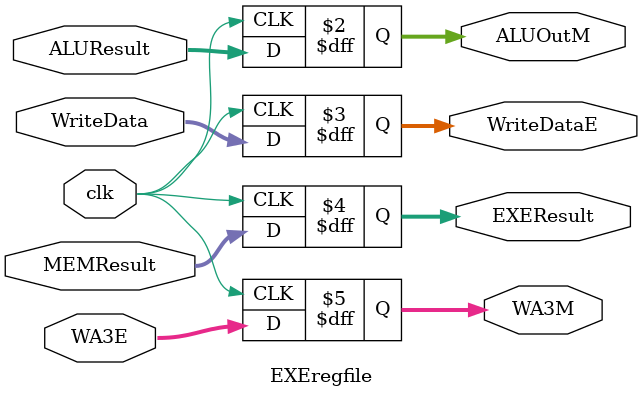
<source format=sv>
module EXEregfile(
    input logic clk,
    input logic [31:0] ALUResult, 
	input logic [31:0] WriteData, 
	input logic [31:0] MEMResult,
	input logic [3:0] WA3E,
    output logic [31:0] ALUOutM, 
	output logic [31:0] WriteDataE, 
	output logic [31:0] EXEResult,
	output logic [3:0] WA3M);

    always_ff @(posedge clk)
		begin
			ALUOutM = ALUResult;
			WriteDataE = WriteData;
			WA3M = WA3E;
			EXEResult = MEMResult;
		end
endmodule

</source>
